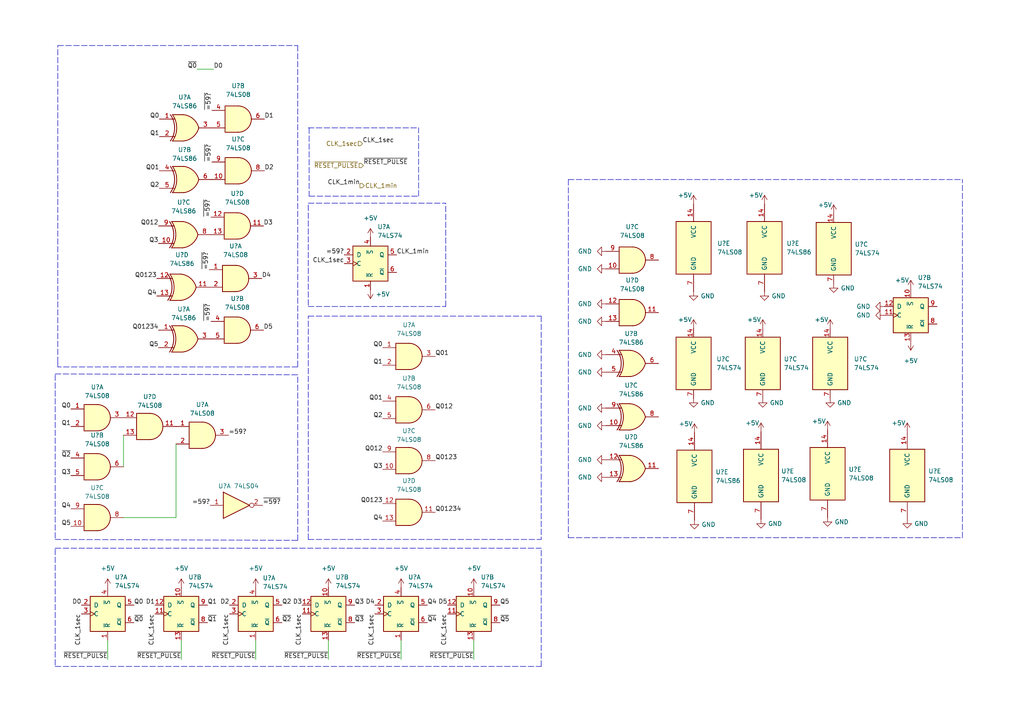
<source format=kicad_sch>
(kicad_sch (version 20211123) (generator eeschema)
  (paper "A4")
  (lib_symbols
    (symbol "74xx:74LS04"
      (property "Reference" "U" (at 0 1.27 0))
      (property "Value" "74LS04" (at 0 -1.27 0))
      (symbol "74LS04_1_0"
        (polyline (pts (xy -3.81 3.81) (xy -3.81 -3.81) (xy 3.81 0) (xy -3.81 3.81)) (stroke (width 0.254)) (fill (type background)))
        (pin input line (at -7.62 0 0) (length 3.81) (name "~") (number "1"))
        (pin output inverted (at 7.62 0 180) (length 3.81) (name "~") (number "2"))
      )
      (symbol "74LS04_2_0"
        (polyline (pts (xy -3.81 3.81) (xy -3.81 -3.81) (xy 3.81 0) (xy -3.81 3.81)) (stroke (width 0.254)) (fill (type background)))
        (pin input line (at -7.62 0 0) (length 3.81) (name "~") (number "3"))
        (pin output inverted (at 7.62 0 180) (length 3.81) (name "~") (number "4"))
      )
      (symbol "74LS04_3_0"
        (polyline (pts (xy -3.81 3.81) (xy -3.81 -3.81) (xy 3.81 0) (xy -3.81 3.81)) (stroke (width 0.254)) (fill (type background)))
        (pin input line (at -7.62 0 0) (length 3.81) (name "~") (number "5"))
        (pin output inverted (at 7.62 0 180) (length 3.81) (name "~") (number "6"))
      )
      (symbol "74LS04_4_0"
        (polyline (pts (xy -3.81 3.81) (xy -3.81 -3.81) (xy 3.81 0) (xy -3.81 3.81)) (stroke (width 0.254)) (fill (type background)))
        (pin output inverted (at 7.62 0 180) (length 3.81) (name "~") (number "8"))
        (pin input line (at -7.62 0 0) (length 3.81) (name "~") (number "9"))
      )
      (symbol "74LS04_5_0"
        (polyline (pts (xy -3.81 3.81) (xy -3.81 -3.81) (xy 3.81 0) (xy -3.81 3.81)) (stroke (width 0.254)) (fill (type background)))
        (pin output inverted (at 7.62 0 180) (length 3.81) (name "~") (number "10"))
        (pin input line (at -7.62 0 0) (length 3.81) (name "~") (number "11"))
      )
      (symbol "74LS04_6_0"
        (polyline (pts (xy -3.81 3.81) (xy -3.81 -3.81) (xy 3.81 0) (xy -3.81 3.81)) (stroke (width 0.254)) (fill (type background)))
        (pin output inverted (at 7.62 0 180) (length 3.81) (name "~") (number "12"))
        (pin input line (at -7.62 0 0) (length 3.81) (name "~") (number "13"))
      )
      (symbol "74LS04_7_0"
        (pin power_in line (at 0 12.7 270) (length 5.08) (name "VCC") (number "14"))
        (pin power_in line (at 0 -12.7 90) (length 5.08) (name "GND") (number "7"))
      )
      (symbol "74LS04_7_1"
        (rectangle (start -5.08 7.62) (end 5.08 -7.62) (stroke (width 0.254)) (fill (type background)))
      )
    )
    (symbol "74xx:74LS08" (pin_names (offset 1.016))
      (property "Reference" "U" (at 0 1.27 0))
      (property "Value" "74LS08" (at 0 -1.27 0))
      (symbol "74LS08_1_1"
        (arc (start 0 -3.81) (mid 3.81 0) (end 0 3.81) (stroke (width 0.254)) (fill (type background)))
        (polyline (pts (xy 0 3.81) (xy -3.81 3.81) (xy -3.81 -3.81) (xy 0 -3.81)) (stroke (width 0.254)) (fill (type background)))
        (pin input line (at -7.62 2.54 0) (length 3.81) (name "~") (number "1"))
        (pin input line (at -7.62 -2.54 0) (length 3.81) (name "~") (number "2"))
        (pin output line (at 7.62 0 180) (length 3.81) (name "~") (number "3"))
      )
      (symbol "74LS08_1_2"
        (arc (start -3.81 -3.81) (mid -2.589 0) (end -3.81 3.81) (stroke (width 0.254)))
        (arc (start -0.6096 -3.81) (mid 2.1855 -2.584) (end 3.81 0) (stroke (width 0.254)) (fill (type background)))
        (polyline (pts (xy -3.81 -3.81) (xy -0.635 -3.81)) (stroke (width 0.254)) (fill (type background)))
        (polyline (pts (xy -3.81 3.81) (xy -0.635 3.81)) (stroke (width 0.254)) (fill (type background)))
        (polyline (pts (xy -0.635 3.81) (xy -3.81 3.81) (xy -3.81 3.81) (xy -3.556 3.4036) (xy -3.0226 2.2606) (xy -2.6924 1.0414) (xy -2.6162 -0.254) (xy -2.7686 -1.4986) (xy -3.175 -2.7178) (xy -3.81 -3.81) (xy -3.81 -3.81) (xy -0.635 -3.81)) (stroke (width -25.4)) (fill (type background)))
        (arc (start 3.81 0) (mid 2.1928 2.5925) (end -0.6096 3.81) (stroke (width 0.254)) (fill (type background)))
        (pin input inverted (at -7.62 2.54 0) (length 4.318) (name "~") (number "1"))
        (pin input inverted (at -7.62 -2.54 0) (length 4.318) (name "~") (number "2"))
        (pin output inverted (at 7.62 0 180) (length 3.81) (name "~") (number "3"))
      )
      (symbol "74LS08_2_1"
        (arc (start 0 -3.81) (mid 3.81 0) (end 0 3.81) (stroke (width 0.254)) (fill (type background)))
        (polyline (pts (xy 0 3.81) (xy -3.81 3.81) (xy -3.81 -3.81) (xy 0 -3.81)) (stroke (width 0.254)) (fill (type background)))
        (pin input line (at -7.62 2.54 0) (length 3.81) (name "~") (number "4"))
        (pin input line (at -7.62 -2.54 0) (length 3.81) (name "~") (number "5"))
        (pin output line (at 7.62 0 180) (length 3.81) (name "~") (number "6"))
      )
      (symbol "74LS08_2_2"
        (arc (start -3.81 -3.81) (mid -2.589 0) (end -3.81 3.81) (stroke (width 0.254)))
        (arc (start -0.6096 -3.81) (mid 2.1855 -2.584) (end 3.81 0) (stroke (width 0.254)) (fill (type background)))
        (polyline (pts (xy -3.81 -3.81) (xy -0.635 -3.81)) (stroke (width 0.254)) (fill (type background)))
        (polyline (pts (xy -3.81 3.81) (xy -0.635 3.81)) (stroke (width 0.254)) (fill (type background)))
        (polyline (pts (xy -0.635 3.81) (xy -3.81 3.81) (xy -3.81 3.81) (xy -3.556 3.4036) (xy -3.0226 2.2606) (xy -2.6924 1.0414) (xy -2.6162 -0.254) (xy -2.7686 -1.4986) (xy -3.175 -2.7178) (xy -3.81 -3.81) (xy -3.81 -3.81) (xy -0.635 -3.81)) (stroke (width -25.4)) (fill (type background)))
        (arc (start 3.81 0) (mid 2.1928 2.5925) (end -0.6096 3.81) (stroke (width 0.254)) (fill (type background)))
        (pin input inverted (at -7.62 2.54 0) (length 4.318) (name "~") (number "4"))
        (pin input inverted (at -7.62 -2.54 0) (length 4.318) (name "~") (number "5"))
        (pin output inverted (at 7.62 0 180) (length 3.81) (name "~") (number "6"))
      )
      (symbol "74LS08_3_1"
        (arc (start 0 -3.81) (mid 3.81 0) (end 0 3.81) (stroke (width 0.254)) (fill (type background)))
        (polyline (pts (xy 0 3.81) (xy -3.81 3.81) (xy -3.81 -3.81) (xy 0 -3.81)) (stroke (width 0.254)) (fill (type background)))
        (pin input line (at -7.62 -2.54 0) (length 3.81) (name "~") (number "10"))
        (pin output line (at 7.62 0 180) (length 3.81) (name "~") (number "8"))
        (pin input line (at -7.62 2.54 0) (length 3.81) (name "~") (number "9"))
      )
      (symbol "74LS08_3_2"
        (arc (start -3.81 -3.81) (mid -2.589 0) (end -3.81 3.81) (stroke (width 0.254)))
        (arc (start -0.6096 -3.81) (mid 2.1855 -2.584) (end 3.81 0) (stroke (width 0.254)) (fill (type background)))
        (polyline (pts (xy -3.81 -3.81) (xy -0.635 -3.81)) (stroke (width 0.254)) (fill (type background)))
        (polyline (pts (xy -3.81 3.81) (xy -0.635 3.81)) (stroke (width 0.254)) (fill (type background)))
        (polyline (pts (xy -0.635 3.81) (xy -3.81 3.81) (xy -3.81 3.81) (xy -3.556 3.4036) (xy -3.0226 2.2606) (xy -2.6924 1.0414) (xy -2.6162 -0.254) (xy -2.7686 -1.4986) (xy -3.175 -2.7178) (xy -3.81 -3.81) (xy -3.81 -3.81) (xy -0.635 -3.81)) (stroke (width -25.4)) (fill (type background)))
        (arc (start 3.81 0) (mid 2.1928 2.5925) (end -0.6096 3.81) (stroke (width 0.254)) (fill (type background)))
        (pin input inverted (at -7.62 -2.54 0) (length 4.318) (name "~") (number "10"))
        (pin output inverted (at 7.62 0 180) (length 3.81) (name "~") (number "8"))
        (pin input inverted (at -7.62 2.54 0) (length 4.318) (name "~") (number "9"))
      )
      (symbol "74LS08_4_1"
        (arc (start 0 -3.81) (mid 3.81 0) (end 0 3.81) (stroke (width 0.254)) (fill (type background)))
        (polyline (pts (xy 0 3.81) (xy -3.81 3.81) (xy -3.81 -3.81) (xy 0 -3.81)) (stroke (width 0.254)) (fill (type background)))
        (pin output line (at 7.62 0 180) (length 3.81) (name "~") (number "11"))
        (pin input line (at -7.62 2.54 0) (length 3.81) (name "~") (number "12"))
        (pin input line (at -7.62 -2.54 0) (length 3.81) (name "~") (number "13"))
      )
      (symbol "74LS08_4_2"
        (arc (start -3.81 -3.81) (mid -2.589 0) (end -3.81 3.81) (stroke (width 0.254)))
        (arc (start -0.6096 -3.81) (mid 2.1855 -2.584) (end 3.81 0) (stroke (width 0.254)) (fill (type background)))
        (polyline (pts (xy -3.81 -3.81) (xy -0.635 -3.81)) (stroke (width 0.254)) (fill (type background)))
        (polyline (pts (xy -3.81 3.81) (xy -0.635 3.81)) (stroke (width 0.254)) (fill (type background)))
        (polyline (pts (xy -0.635 3.81) (xy -3.81 3.81) (xy -3.81 3.81) (xy -3.556 3.4036) (xy -3.0226 2.2606) (xy -2.6924 1.0414) (xy -2.6162 -0.254) (xy -2.7686 -1.4986) (xy -3.175 -2.7178) (xy -3.81 -3.81) (xy -3.81 -3.81) (xy -0.635 -3.81)) (stroke (width -25.4)) (fill (type background)))
        (arc (start 3.81 0) (mid 2.1928 2.5925) (end -0.6096 3.81) (stroke (width 0.254)) (fill (type background)))
        (pin output inverted (at 7.62 0 180) (length 3.81) (name "~") (number "11"))
        (pin input inverted (at -7.62 2.54 0) (length 4.318) (name "~") (number "12"))
        (pin input inverted (at -7.62 -2.54 0) (length 4.318) (name "~") (number "13"))
      )
      (symbol "74LS08_5_0"
        (pin power_in line (at 0 12.7 270) (length 5.08) (name "VCC") (number "14"))
        (pin power_in line (at 0 -12.7 90) (length 5.08) (name "GND") (number "7"))
      )
      (symbol "74LS08_5_1"
        (rectangle (start -5.08 7.62) (end 5.08 -7.62) (stroke (width 0.254)) (fill (type background)))
      )
    )
    (symbol "74xx:74LS74" (pin_names (offset 1.016))
      (property "Reference" "U" (at -7.62 8.89 0))
      (property "Value" "74LS74" (at -7.62 -8.89 0))
      (symbol "74LS74_1_0"
        (pin input line (at 0 -7.62 90) (length 2.54) (name "~{R}") (number "1"))
        (pin input line (at -7.62 2.54 0) (length 2.54) (name "D") (number "2"))
        (pin input clock (at -7.62 0 0) (length 2.54) (name "C") (number "3"))
        (pin input line (at 0 7.62 270) (length 2.54) (name "~{S}") (number "4"))
        (pin output line (at 7.62 2.54 180) (length 2.54) (name "Q") (number "5"))
        (pin output line (at 7.62 -2.54 180) (length 2.54) (name "~{Q}") (number "6"))
      )
      (symbol "74LS74_1_1"
        (rectangle (start -5.08 5.08) (end 5.08 -5.08) (stroke (width 0.254)) (fill (type background)))
      )
      (symbol "74LS74_2_0"
        (pin input line (at 0 7.62 270) (length 2.54) (name "~{S}") (number "10"))
        (pin input clock (at -7.62 0 0) (length 2.54) (name "C") (number "11"))
        (pin input line (at -7.62 2.54 0) (length 2.54) (name "D") (number "12"))
        (pin input line (at 0 -7.62 90) (length 2.54) (name "~{R}") (number "13"))
        (pin output line (at 7.62 -2.54 180) (length 2.54) (name "~{Q}") (number "8"))
        (pin output line (at 7.62 2.54 180) (length 2.54) (name "Q") (number "9"))
      )
      (symbol "74LS74_2_1"
        (rectangle (start -5.08 5.08) (end 5.08 -5.08) (stroke (width 0.254)) (fill (type background)))
      )
      (symbol "74LS74_3_0"
        (pin power_in line (at 0 10.16 270) (length 2.54) (name "VCC") (number "14"))
        (pin power_in line (at 0 -10.16 90) (length 2.54) (name "GND") (number "7"))
      )
      (symbol "74LS74_3_1"
        (rectangle (start -5.08 7.62) (end 5.08 -7.62) (stroke (width 0.254)) (fill (type background)))
      )
    )
    (symbol "74xx:74LS86" (pin_names (offset 1.016))
      (property "Reference" "U" (at 0 1.27 0))
      (property "Value" "74LS86" (at 0 -1.27 0))
      (symbol "74LS86_1_0"
        (arc (start -4.4196 -3.81) (mid -3.2033 0) (end -4.4196 3.81) (stroke (width 0.254)))
        (arc (start -3.81 -3.81) (mid -2.589 0) (end -3.81 3.81) (stroke (width 0.254)))
        (arc (start -0.6096 -3.81) (mid 2.1855 -2.584) (end 3.81 0) (stroke (width 0.254)) (fill (type background)))
        (polyline (pts (xy -3.81 -3.81) (xy -0.635 -3.81)) (stroke (width 0.254)) (fill (type background)))
        (polyline (pts (xy -3.81 3.81) (xy -0.635 3.81)) (stroke (width 0.254)) (fill (type background)))
        (polyline (pts (xy -0.635 3.81) (xy -3.81 3.81) (xy -3.81 3.81) (xy -3.556 3.4036) (xy -3.0226 2.2606) (xy -2.6924 1.0414) (xy -2.6162 -0.254) (xy -2.7686 -1.4986) (xy -3.175 -2.7178) (xy -3.81 -3.81) (xy -3.81 -3.81) (xy -0.635 -3.81)) (stroke (width -25.4)) (fill (type background)))
        (arc (start 3.81 0) (mid 2.1928 2.5925) (end -0.6096 3.81) (stroke (width 0.254)) (fill (type background)))
        (pin input line (at -7.62 2.54 0) (length 4.445) (name "~") (number "1"))
        (pin input line (at -7.62 -2.54 0) (length 4.445) (name "~") (number "2"))
        (pin output line (at 7.62 0 180) (length 3.81) (name "~") (number "3"))
      )
      (symbol "74LS86_1_1"
        (polyline (pts (xy -3.81 -2.54) (xy -3.175 -2.54)) (stroke (width 0.1524)))
        (polyline (pts (xy -3.81 2.54) (xy -3.175 2.54)) (stroke (width 0.1524)))
      )
      (symbol "74LS86_2_0"
        (arc (start -4.4196 -3.81) (mid -3.2033 0) (end -4.4196 3.81) (stroke (width 0.254)))
        (arc (start -3.81 -3.81) (mid -2.589 0) (end -3.81 3.81) (stroke (width 0.254)))
        (arc (start -0.6096 -3.81) (mid 2.1855 -2.584) (end 3.81 0) (stroke (width 0.254)) (fill (type background)))
        (polyline (pts (xy -3.81 -3.81) (xy -0.635 -3.81)) (stroke (width 0.254)) (fill (type background)))
        (polyline (pts (xy -3.81 3.81) (xy -0.635 3.81)) (stroke (width 0.254)) (fill (type background)))
        (polyline (pts (xy -0.635 3.81) (xy -3.81 3.81) (xy -3.81 3.81) (xy -3.556 3.4036) (xy -3.0226 2.2606) (xy -2.6924 1.0414) (xy -2.6162 -0.254) (xy -2.7686 -1.4986) (xy -3.175 -2.7178) (xy -3.81 -3.81) (xy -3.81 -3.81) (xy -0.635 -3.81)) (stroke (width -25.4)) (fill (type background)))
        (arc (start 3.81 0) (mid 2.1928 2.5925) (end -0.6096 3.81) (stroke (width 0.254)) (fill (type background)))
        (pin input line (at -7.62 2.54 0) (length 4.445) (name "~") (number "4"))
        (pin input line (at -7.62 -2.54 0) (length 4.445) (name "~") (number "5"))
        (pin output line (at 7.62 0 180) (length 3.81) (name "~") (number "6"))
      )
      (symbol "74LS86_2_1"
        (polyline (pts (xy -3.81 -2.54) (xy -3.175 -2.54)) (stroke (width 0.1524)))
        (polyline (pts (xy -3.81 2.54) (xy -3.175 2.54)) (stroke (width 0.1524)))
      )
      (symbol "74LS86_3_0"
        (arc (start -4.4196 -3.81) (mid -3.2033 0) (end -4.4196 3.81) (stroke (width 0.254)))
        (arc (start -3.81 -3.81) (mid -2.589 0) (end -3.81 3.81) (stroke (width 0.254)))
        (arc (start -0.6096 -3.81) (mid 2.1855 -2.584) (end 3.81 0) (stroke (width 0.254)) (fill (type background)))
        (polyline (pts (xy -3.81 -3.81) (xy -0.635 -3.81)) (stroke (width 0.254)) (fill (type background)))
        (polyline (pts (xy -3.81 3.81) (xy -0.635 3.81)) (stroke (width 0.254)) (fill (type background)))
        (polyline (pts (xy -0.635 3.81) (xy -3.81 3.81) (xy -3.81 3.81) (xy -3.556 3.4036) (xy -3.0226 2.2606) (xy -2.6924 1.0414) (xy -2.6162 -0.254) (xy -2.7686 -1.4986) (xy -3.175 -2.7178) (xy -3.81 -3.81) (xy -3.81 -3.81) (xy -0.635 -3.81)) (stroke (width -25.4)) (fill (type background)))
        (arc (start 3.81 0) (mid 2.1928 2.5925) (end -0.6096 3.81) (stroke (width 0.254)) (fill (type background)))
        (pin input line (at -7.62 -2.54 0) (length 4.445) (name "~") (number "10"))
        (pin output line (at 7.62 0 180) (length 3.81) (name "~") (number "8"))
        (pin input line (at -7.62 2.54 0) (length 4.445) (name "~") (number "9"))
      )
      (symbol "74LS86_3_1"
        (polyline (pts (xy -3.81 -2.54) (xy -3.175 -2.54)) (stroke (width 0.1524)))
        (polyline (pts (xy -3.81 2.54) (xy -3.175 2.54)) (stroke (width 0.1524)))
      )
      (symbol "74LS86_4_0"
        (arc (start -4.4196 -3.81) (mid -3.2033 0) (end -4.4196 3.81) (stroke (width 0.254)))
        (arc (start -3.81 -3.81) (mid -2.589 0) (end -3.81 3.81) (stroke (width 0.254)))
        (arc (start -0.6096 -3.81) (mid 2.1855 -2.584) (end 3.81 0) (stroke (width 0.254)) (fill (type background)))
        (polyline (pts (xy -3.81 -3.81) (xy -0.635 -3.81)) (stroke (width 0.254)) (fill (type background)))
        (polyline (pts (xy -3.81 3.81) (xy -0.635 3.81)) (stroke (width 0.254)) (fill (type background)))
        (polyline (pts (xy -0.635 3.81) (xy -3.81 3.81) (xy -3.81 3.81) (xy -3.556 3.4036) (xy -3.0226 2.2606) (xy -2.6924 1.0414) (xy -2.6162 -0.254) (xy -2.7686 -1.4986) (xy -3.175 -2.7178) (xy -3.81 -3.81) (xy -3.81 -3.81) (xy -0.635 -3.81)) (stroke (width -25.4)) (fill (type background)))
        (arc (start 3.81 0) (mid 2.1928 2.5925) (end -0.6096 3.81) (stroke (width 0.254)) (fill (type background)))
        (pin output line (at 7.62 0 180) (length 3.81) (name "~") (number "11"))
        (pin input line (at -7.62 2.54 0) (length 4.445) (name "~") (number "12"))
        (pin input line (at -7.62 -2.54 0) (length 4.445) (name "~") (number "13"))
      )
      (symbol "74LS86_4_1"
        (polyline (pts (xy -3.81 -2.54) (xy -3.175 -2.54)) (stroke (width 0.1524)))
        (polyline (pts (xy -3.81 2.54) (xy -3.175 2.54)) (stroke (width 0.1524)))
      )
      (symbol "74LS86_5_0"
        (pin power_in line (at 0 12.7 270) (length 5.08) (name "VCC") (number "14"))
        (pin power_in line (at 0 -12.7 90) (length 5.08) (name "GND") (number "7"))
      )
      (symbol "74LS86_5_1"
        (rectangle (start -5.08 7.62) (end 5.08 -7.62) (stroke (width 0.254)) (fill (type background)))
      )
    )
    (symbol "power:+5V" (power) (pin_names (offset 0))
      (property "Value" "+5V" (at 0 3.556 0))
      (symbol "+5V_0_1"
        (polyline (pts (xy -0.762 1.27) (xy 0 2.54)))
        (polyline (pts (xy 0 0) (xy 0 2.54)))
        (polyline (pts (xy 0 2.54) (xy 0.762 1.27)))
      )
      (symbol "+5V_1_1"
        (pin power_in line (at 0 0 90) (length 0) hide (name "+5V") (number "1"))
      )
    )
    (symbol "power:GND" (power) (pin_names (offset 0))
      (property "Value" "GND" (at 0 -3.81 0))
      (symbol "GND_0_1"
        (polyline (pts (xy 0 0) (xy 0 -1.27) (xy 1.27 -1.27) (xy 0 -2.54) (xy -1.27 -1.27) (xy 0 -1.27)))
      )
      (symbol "GND_1_1"
        (pin power_in line (at 0 0 270) (length 0) hide (name "GND") (number "1"))
      )
    )
  )
  (wire (pts (xy 116.332 185.674) (xy 116.332 191.262)))
  (polyline (pts (xy 89.408 58.928) (xy 129.286 58.928)))
  (polyline (pts (xy 129.286 88.9) (xy 129.286 58.928)))
  (polyline (pts (xy 86.36 13.208) (xy 86.36 106.426)))
  (wire (pts (xy 95.25 185.674) (xy 95.25 191.262)))
  (wire (pts (xy 74.168 185.674) (xy 74.168 191.262)))
  (polyline (pts (xy 16.764 105.156) (xy 16.764 13.208)))
  (wire (pts (xy 137.414 185.674) (xy 137.414 191.262)))
  (wire (pts (xy 31.242 185.674) (xy 31.242 191.262)))
  (polyline (pts (xy 89.408 156.464) (xy 156.972 156.464)))
  (wire (pts (xy 35.814 126.238) (xy 35.814 135.382)))
  (wire (pts (xy 52.578 185.674) (xy 52.578 191.262)))
  (polyline (pts (xy 89.408 88.9) (xy 129.286 88.9)))
  (wire (pts (xy 35.814 150.114) (xy 51.054 150.114)))
  (wire (pts (xy 51.054 150.114) (xy 51.054 128.778)))
  (polyline (pts (xy 89.408 156.464) (xy 89.408 91.694)))
  (polyline (pts (xy 16.764 13.208) (xy 86.36 13.208)))
  (polyline (pts (xy 89.408 37.084) (xy 121.412 37.084)))
  (polyline (pts (xy 164.846 52.07) (xy 164.846 155.956)))
  (polyline (pts (xy 89.662 56.896) (xy 121.412 56.896)))
  (polyline (pts (xy 16.002 156.464) (xy 86.36 156.718)))
  (polyline (pts (xy 16.764 105.156) (xy 16.764 106.426)))
  (polyline (pts (xy 16.002 159.258) (xy 16.002 193.294)))
  (polyline (pts (xy 16.002 108.458) (xy 86.36 108.712)))
  (polyline (pts (xy 89.408 91.694) (xy 156.972 91.694)))
  (polyline (pts (xy 16.002 193.294) (xy 156.972 193.294)))
  (polyline (pts (xy 164.846 155.956) (xy 279.146 155.956)))
  (polyline (pts (xy 279.146 155.956) (xy 279.146 52.07)))
  (polyline (pts (xy 16.002 108.712) (xy 16.002 156.464)))
  (polyline (pts (xy 86.36 106.426) (xy 16.764 106.426)))
  (polyline (pts (xy 86.36 156.718) (xy 86.36 108.712)))
  (polyline (pts (xy 156.972 91.694) (xy 156.972 156.464)))
  (polyline (pts (xy 89.408 59.436) (xy 89.408 88.9)))
  (polyline (pts (xy 16.002 159.004) (xy 156.972 159.004)))
  (polyline (pts (xy 89.662 37.084) (xy 89.662 56.896)))
  (polyline (pts (xy 156.972 193.294) (xy 156.972 159.004)))
  (polyline (pts (xy 121.412 56.896) (xy 121.412 37.084)))
  (polyline (pts (xy 164.846 52.07) (xy 279.146 52.07)))
  (wire (pts (xy 57.15 20.066) (xy 61.976 20.066)))
  (label "D3" (at 87.63 175.514 180))
  (label "CLK_1sec" (at 108.712 178.054 270))
  (label "~{Q2}" (at 81.788 180.594 0))
  (label "Q1" (at 60.198 175.514 0))
  (label "Q012" (at 110.998 131.064 180))
  (label "~{Q4}" (at 123.952 180.594 0))
  (label "Q0123" (at 110.998 146.05 180))
  (label "CLK_1sec" (at 99.822 76.454 180))
  (label "Q0123" (at 126.238 133.604 0))
  (label "Q4" (at 123.952 175.514 0))
  (label "~{Q5}" (at 145.034 180.594 0))
  (label "Q0" (at 46.228 34.544 180))
  (label "Q0123" (at 45.466 80.772 180))
  (label "Q012" (at 45.974 65.532 180))
  (label "~{RESET_PULSE}" (at 95.25 191.262 180))
  (label "Q3" (at 110.998 136.144 180))
  (label "Q5" (at 145.034 175.514 0))
  (label "Q1" (at 46.228 39.624 180))
  (label "=59?" (at 66.294 126.238 0))
  (label "CLK_1sec" (at 66.548 178.054 270))
  (label "CLK_1sec" (at 105.156 41.656 0))
  (label "Q0" (at 20.574 118.618 180))
  (label "D0" (at 23.622 175.514 180))
  (label "CLK_1sec" (at 129.794 178.054 270))
  (label "CLK_1min" (at 104.394 53.848 180))
  (label "~{Q2}" (at 20.574 132.842 180))
  (label "Q5" (at 45.974 100.838 180))
  (label "Q012" (at 126.238 118.872 0))
  (label "=59?" (at 60.96 146.558 180))
  (label "Q01234" (at 45.974 95.758 180))
  (label "Q2" (at 46.228 54.61 180))
  (label "Q5" (at 20.574 152.654 180))
  (label "D3" (at 76.454 65.532 0))
  (label "~{=59?}" (at 76.2 146.558 0))
  (label "D1" (at 76.708 34.544 0))
  (label "~{=59?}" (at 61.468 46.99 90))
  (label "Q0" (at 110.998 100.838 180))
  (label "Q4" (at 45.466 85.852 180))
  (label "~{=59?}" (at 60.706 78.232 90))
  (label "Q4" (at 110.998 151.13 180))
  (label "Q3" (at 20.574 137.922 180))
  (label "D4" (at 108.712 175.514 180))
  (label "Q4" (at 20.574 147.574 180))
  (label "Q0" (at 38.862 175.514 0))
  (label "Q01" (at 46.228 49.53 180))
  (label "CLK_1sec" (at 23.622 178.054 270))
  (label "~{RESET_PULSE}" (at 137.414 191.262 180))
  (label "D2" (at 66.548 175.514 180))
  (label "Q1" (at 20.574 123.698 180))
  (label "~{Q1}" (at 60.198 180.594 0))
  (label "D5" (at 129.794 175.514 180))
  (label "CLK_1sec" (at 44.958 178.054 270))
  (label "~{=59?}" (at 61.214 93.218 90))
  (label "~{RESET_PULSE}" (at 116.332 191.262 180))
  (label "Q3" (at 102.87 175.514 0))
  (label "CLK_1sec" (at 87.63 178.054 270))
  (label "~{Q0}" (at 57.15 20.066 180))
  (label "D2" (at 76.708 49.53 0))
  (label "~{RESET_PULSE}" (at 74.168 191.262 180))
  (label "Q01234" (at 126.238 148.59 0))
  (label "~{=59?}" (at 61.468 32.004 90))
  (label "~{RESET_PULSE}" (at 105.41 48.006 0))
  (label "Q01" (at 126.238 103.378 0))
  (label "Q2" (at 81.788 175.514 0))
  (label "Q01" (at 110.998 116.332 180))
  (label "~{RESET_PULSE}" (at 31.242 191.262 180))
  (label "D5" (at 76.454 95.758 0))
  (label "Q3" (at 45.974 70.612 180))
  (label "~{Q0}" (at 38.862 180.594 0))
  (label "CLK_1min" (at 115.062 73.914 0))
  (label "D1" (at 44.958 175.514 180))
  (label "~{=59?}" (at 61.214 62.992 90))
  (label "Q2" (at 110.998 121.412 180))
  (label "=59?" (at 99.822 73.914 180))
  (label "~{Q3}" (at 102.87 180.594 0))
  (label "D4" (at 75.946 80.772 0))
  (label "~{RESET_PULSE}" (at 52.578 191.262 180))
  (label "D0" (at 61.976 20.066 0))
  (label "Q1" (at 110.998 105.918 180))
  (hierarchical_label "CLK_1min" (shape output) (at 104.394 53.848 0))
  (hierarchical_label "CLK_1sec" (shape input) (at 105.156 41.656 180))
  (hierarchical_label "~{RESET_PULSE}" (shape input) (at 105.41 48.006 180))
  (symbol (lib_id "power:GND") (at 256.54 88.9 270) (unit 1)
    (property "Reference" "#PWR?" (effects hide))
    (property "Value" "GND" (at 252.476 88.8999 90) (effects (justify right)))
  )
  (symbol (lib_id "power:GND") (at 175.768 77.978 270) (unit 1)
    (property "Reference" "#PWR?" (effects hide))
    (property "Value" "GND" (at 171.704 77.9779 90) (effects (justify right)))
  )
  (symbol (lib_id "74xx:74LS86") (at 53.594 98.298 0) (unit 1)
    (property "Reference" "U?" (at 53.2892 89.662 0))
    (property "Value" "74LS86" (at 53.2892 92.202 0))
    (property "Datasheet" "74xx/74ls86.pdf" (effects hide))
  )
  (symbol (lib_id "74xx:74LS08") (at 43.434 123.698 0) (unit 4)
    (property "Reference" "U?" (at 43.434 115.062 0))
    (property "Value" "74LS08" (at 43.434 117.602 0))
    (property "Datasheet" "http://www.ti.com/lit/gpn/sn74LS08" (effects hide))
  )
  (symbol (lib_id "74xx:74LS08") (at 183.388 90.678 0) (unit 4)
    (property "Reference" "U?" (at 183.388 81.28 0))
    (property "Value" "74LS08" (at 183.388 83.82 0))
    (property "Datasheet" "http://www.ti.com/lit/gpn/sn74LS08" (effects hide))
  )
  (symbol (lib_id "74xx:74LS08") (at 201.168 71.882 0) (unit 5)
    (property "Reference" "U?" (at 208.026 70.6119 0) (effects (justify left)))
    (property "Value" "74LS08" (at 208.026 73.1519 0) (effects (justify left)))
    (property "Datasheet" "http://www.ti.com/lit/gpn/sn74LS08" (effects hide))
  )
  (symbol (lib_id "74xx:74LS74") (at 95.25 178.054 0) (unit 2)
    (property "Reference" "U?" (at 97.2694 167.386 0) (effects (justify left)))
    (property "Value" "74LS74" (at 97.2694 169.926 0) (effects (justify left)))
    (property "Datasheet" "74xx/74hc_hct74.pdf" (effects hide))
  )
  (symbol (lib_id "74xx:74LS08") (at 118.618 148.59 0) (unit 4)
    (property "Reference" "U?" (at 118.618 139.446 0))
    (property "Value" "74LS08" (at 118.618 141.986 0))
    (property "Datasheet" "http://www.ti.com/lit/gpn/sn74LS08" (effects hide))
  )
  (symbol (lib_id "74xx:74LS74") (at 240.792 105.41 0) (unit 3)
    (property "Reference" "U?" (at 247.65 104.1399 0) (effects (justify left)))
    (property "Value" "74LS74" (at 247.65 106.6799 0) (effects (justify left)))
    (property "Datasheet" "74xx/74hc_hct74.pdf" (effects hide))
  )
  (symbol (lib_id "power:+5V") (at 240.03 124.714 0) (unit 1)
    (property "Reference" "#PWR?" (effects hide))
    (property "Value" "+5V" (at 235.458 122.174 0) (effects (justify left)))
  )
  (symbol (lib_id "power:+5V") (at 221.742 59.182 0) (unit 1)
    (property "Reference" "#PWR?" (effects hide))
    (property "Value" "+5V" (at 217.17 56.642 0) (effects (justify left)))
  )
  (symbol (lib_id "74xx:74LS74") (at 31.242 178.054 0) (unit 1)
    (property "Reference" "U?" (at 33.2614 167.386 0) (effects (justify left)))
    (property "Value" "74LS74" (at 33.2614 169.926 0) (effects (justify left)))
    (property "Datasheet" "74xx/74hc_hct74.pdf" (effects hide))
  )
  (symbol (lib_id "74xx:74LS74") (at 107.442 76.454 0) (unit 1)
    (property "Reference" "U?" (at 109.4614 65.786 0) (effects (justify left)))
    (property "Value" "74LS74" (at 109.4614 68.326 0) (effects (justify left)))
    (property "Datasheet" "74xx/74hc_hct74.pdf" (effects hide))
  )
  (symbol (lib_id "74xx:74LS08") (at 183.388 75.438 0) (unit 3)
    (property "Reference" "U?" (at 183.388 65.786 0))
    (property "Value" "74LS08" (at 183.388 68.326 0))
    (property "Datasheet" "http://www.ti.com/lit/gpn/sn74LS08" (effects hide))
  )
  (symbol (lib_id "power:GND") (at 175.768 107.95 270) (unit 1)
    (property "Reference" "#PWR?" (effects hide))
    (property "Value" "GND" (at 171.704 107.9499 90) (effects (justify right)))
  )
  (symbol (lib_id "74xx:74LS08") (at 118.618 118.872 0) (unit 2)
    (property "Reference" "U?" (at 118.618 109.728 0))
    (property "Value" "74LS08" (at 118.618 112.268 0))
    (property "Datasheet" "http://www.ti.com/lit/gpn/sn74LS08" (effects hide))
  )
  (symbol (lib_id "power:+5V") (at 220.726 125.222 0) (unit 1)
    (property "Reference" "#PWR?" (effects hide))
    (property "Value" "+5V" (at 216.154 122.682 0) (effects (justify left)))
  )
  (symbol (lib_id "74xx:74LS74") (at 52.578 178.054 0) (unit 2)
    (property "Reference" "U?" (at 54.5974 167.386 0) (effects (justify left)))
    (property "Value" "74LS74" (at 54.5974 169.926 0) (effects (justify left)))
    (property "Datasheet" "74xx/74hc_hct74.pdf" (effects hide))
  )
  (symbol (lib_id "power:GND") (at 263.144 150.622 0) (unit 1)
    (property "Reference" "#PWR?" (effects hide))
    (property "Value" "GND" (at 265.176 151.8919 0) (effects (justify left)))
  )
  (symbol (lib_id "74xx:74LS08") (at 68.326 80.772 0) (unit 1)
    (property "Reference" "U?" (at 68.326 71.374 0))
    (property "Value" "74LS08" (at 68.326 73.914 0))
    (property "Datasheet" "http://www.ti.com/lit/gpn/sn74LS08" (effects hide))
  )
  (symbol (lib_id "power:+5V") (at 31.242 170.434 0) (unit 1)
    (property "Reference" "#PWR?" (effects hide))
    (property "Value" "+5V" (at 31.242 164.846 0))
  )
  (symbol (lib_id "74xx:74LS08") (at 69.088 49.53 0) (unit 3)
    (property "Reference" "U?" (at 69.088 40.386 0))
    (property "Value" "74LS08" (at 69.088 42.926 0))
    (property "Datasheet" "http://www.ti.com/lit/gpn/sn74LS08" (effects hide))
  )
  (symbol (lib_id "power:GND") (at 221.234 115.57 0) (unit 1)
    (property "Reference" "#PWR?" (effects hide))
    (property "Value" "GND" (at 223.266 116.8399 0) (effects (justify left)))
  )
  (symbol (lib_id "74xx:74LS86") (at 53.594 68.072 0) (unit 3)
    (property "Reference" "U?" (at 53.2892 58.674 0))
    (property "Value" "74LS86" (at 53.2892 61.214 0))
    (property "Datasheet" "74xx/74ls86.pdf" (effects hide))
  )
  (symbol (lib_id "74xx:74LS86") (at 53.848 52.07 0) (unit 2)
    (property "Reference" "U?" (at 53.5432 43.434 0))
    (property "Value" "74LS86" (at 53.5432 45.974 0))
    (property "Datasheet" "74xx/74ls86.pdf" (effects hide))
  )
  (symbol (lib_id "74xx:74LS86") (at 183.388 135.89 0) (unit 4)
    (property "Reference" "U?" (at 183.0832 126.746 0))
    (property "Value" "74LS86" (at 183.0832 129.286 0))
    (property "Datasheet" "74xx/74ls86.pdf" (effects hide))
  )
  (symbol (lib_id "74xx:74LS86") (at 53.848 37.084 0) (unit 1)
    (property "Reference" "U?" (at 53.5432 28.194 0))
    (property "Value" "74LS86" (at 53.5432 30.734 0))
    (property "Datasheet" "74xx/74ls86.pdf" (effects hide))
  )
  (symbol (lib_id "74xx:74LS08") (at 240.03 137.414 0) (unit 5)
    (property "Reference" "U?" (at 246.126 136.1439 0) (effects (justify left)))
    (property "Value" "74LS08" (at 246.126 138.6839 0) (effects (justify left)))
    (property "Datasheet" "http://www.ti.com/lit/gpn/sn74LS08" (effects hide))
  )
  (symbol (lib_id "74xx:74LS86") (at 53.086 83.312 0) (unit 4)
    (property "Reference" "U?" (at 52.7812 73.914 0))
    (property "Value" "74LS86" (at 52.7812 76.454 0))
    (property "Datasheet" "74xx/74ls86.pdf" (effects hide))
  )
  (symbol (lib_id "power:+5V") (at 264.16 83.82 0) (unit 1)
    (property "Reference" "#PWR?" (effects hide))
    (property "Value" "+5V" (at 259.588 81.28 0) (effects (justify left)))
  )
  (symbol (lib_id "power:+5V") (at 201.422 125.476 0) (unit 1)
    (property "Reference" "#PWR?" (effects hide))
    (property "Value" "+5V" (at 196.85 122.936 0) (effects (justify left)))
  )
  (symbol (lib_id "74xx:74LS04") (at 68.58 146.558 0) (unit 1)
    (property "Reference" "U?" (at 63.246 140.97 0) (effects (justify left)))
    (property "Value" "74LS04" (at 67.818 140.97 0) (effects (justify left)))
    (property "Datasheet" "http://www.ti.com/lit/gpn/sn74LS04" (effects hide))
  )
  (symbol (lib_id "power:GND") (at 220.726 150.622 0) (unit 1)
    (property "Reference" "#PWR?" (effects hide))
    (property "Value" "GND" (at 222.758 151.8919 0) (effects (justify left)))
  )
  (symbol (lib_id "74xx:74LS74") (at 264.16 91.44 0) (unit 2)
    (property "Reference" "U?" (at 266.1794 80.518 0) (effects (justify left)))
    (property "Value" "74LS74" (at 266.1794 83.058 0) (effects (justify left)))
    (property "Datasheet" "74xx/74hc_hct74.pdf" (effects hide))
  )
  (symbol (lib_id "power:+5V") (at 116.332 170.434 0) (unit 1)
    (property "Reference" "#PWR?" (effects hide))
    (property "Value" "+5V" (at 116.332 164.846 0))
  )
  (symbol (lib_id "power:+5V") (at 264.16 99.06 180) (unit 1)
    (property "Reference" "#PWR?" (effects hide))
    (property "Value" "+5V" (at 264.16 104.648 0))
  )
  (symbol (lib_id "power:GND") (at 175.768 118.364 270) (unit 1)
    (property "Reference" "#PWR?" (effects hide))
    (property "Value" "GND" (at 171.704 118.3639 90) (effects (justify right)))
  )
  (symbol (lib_id "power:+5V") (at 221.234 95.25 0) (unit 1)
    (property "Reference" "#PWR?" (effects hide))
    (property "Value" "+5V" (at 216.662 92.71 0) (effects (justify left)))
  )
  (symbol (lib_id "74xx:74LS08") (at 28.194 121.158 0) (unit 1)
    (property "Reference" "U?" (at 28.194 112.268 0))
    (property "Value" "74LS08" (at 28.194 114.808 0))
    (property "Datasheet" "http://www.ti.com/lit/gpn/sn74LS08" (effects hide))
  )
  (symbol (lib_id "power:GND") (at 240.792 115.57 0) (unit 1)
    (property "Reference" "#PWR?" (effects hide))
    (property "Value" "GND" (at 242.824 116.8399 0) (effects (justify left)))
  )
  (symbol (lib_id "power:+5V") (at 241.808 61.976 0) (unit 1)
    (property "Reference" "#PWR?" (effects hide))
    (property "Value" "+5V" (at 237.236 59.436 0) (effects (justify left)))
  )
  (symbol (lib_id "74xx:74LS08") (at 263.144 137.922 0) (unit 5)
    (property "Reference" "U?" (at 269.24 136.6519 0) (effects (justify left)))
    (property "Value" "74LS08" (at 269.24 139.1919 0) (effects (justify left)))
    (property "Datasheet" "http://www.ti.com/lit/gpn/sn74LS08" (effects hide))
  )
  (symbol (lib_id "power:GND") (at 175.768 133.35 270) (unit 1)
    (property "Reference" "#PWR?" (effects hide))
    (property "Value" "GND" (at 171.704 133.3499 90) (effects (justify right)))
  )
  (symbol (lib_id "74xx:74LS08") (at 118.618 103.378 0) (unit 1)
    (property "Reference" "U?" (at 118.618 94.234 0))
    (property "Value" "74LS08" (at 118.618 96.774 0))
    (property "Datasheet" "http://www.ti.com/lit/gpn/sn74LS08" (effects hide))
  )
  (symbol (lib_id "74xx:74LS74") (at 201.168 105.41 0) (unit 3)
    (property "Reference" "U?" (at 207.772 104.1399 0) (effects (justify left)))
    (property "Value" "74LS74" (at 207.772 106.6799 0) (effects (justify left)))
    (property "Datasheet" "74xx/74hc_hct74.pdf" (effects hide))
  )
  (symbol (lib_id "74xx:74LS86") (at 201.422 138.176 0) (unit 5)
    (property "Reference" "U?" (at 207.518 136.9059 0) (effects (justify left)))
    (property "Value" "74LS86" (at 207.518 139.4459 0) (effects (justify left)))
    (property "Datasheet" "74xx/74ls86.pdf" (effects hide))
  )
  (symbol (lib_id "power:GND") (at 241.808 82.296 0) (unit 1)
    (property "Reference" "#PWR?" (effects hide))
    (property "Value" "GND" (at 243.84 83.5659 0) (effects (justify left)))
  )
  (symbol (lib_id "74xx:74LS08") (at 69.088 34.544 0) (unit 2)
    (property "Reference" "U?" (at 69.088 24.892 0))
    (property "Value" "74LS08" (at 69.088 27.432 0))
    (property "Datasheet" "http://www.ti.com/lit/gpn/sn74LS08" (effects hide))
  )
  (symbol (lib_id "power:+5V") (at 240.792 95.25 0) (unit 1)
    (property "Reference" "#PWR?" (effects hide))
    (property "Value" "+5V" (at 236.22 92.71 0) (effects (justify left)))
  )
  (symbol (lib_id "power:+5V") (at 52.578 170.434 0) (unit 1)
    (property "Reference" "#PWR?" (effects hide))
    (property "Value" "+5V" (at 52.578 164.846 0))
  )
  (symbol (lib_id "power:+5V") (at 137.414 170.434 0) (unit 1)
    (property "Reference" "#PWR?" (effects hide))
    (property "Value" "+5V" (at 137.414 164.846 0))
  )
  (symbol (lib_id "power:+5V") (at 107.442 68.834 0) (unit 1)
    (property "Reference" "#PWR?" (effects hide))
    (property "Value" "+5V" (at 107.442 63.246 0))
  )
  (symbol (lib_id "74xx:74LS08") (at 28.194 135.382 0) (unit 2)
    (property "Reference" "U?" (at 28.194 126.238 0))
    (property "Value" "74LS08" (at 28.194 128.778 0))
    (property "Datasheet" "http://www.ti.com/lit/gpn/sn74LS08" (effects hide))
  )
  (symbol (lib_id "power:GND") (at 221.742 84.582 0) (unit 1)
    (property "Reference" "#PWR?" (effects hide))
    (property "Value" "GND" (at 223.774 85.8519 0) (effects (justify left)))
  )
  (symbol (lib_id "74xx:74LS08") (at 118.618 133.604 0) (unit 3)
    (property "Reference" "U?" (at 118.618 124.968 0))
    (property "Value" "74LS08" (at 118.618 127.508 0))
    (property "Datasheet" "http://www.ti.com/lit/gpn/sn74LS08" (effects hide))
  )
  (symbol (lib_id "74xx:74LS08") (at 68.834 65.532 0) (unit 4)
    (property "Reference" "U?" (at 68.834 56.134 0))
    (property "Value" "74LS08" (at 68.834 58.674 0))
    (property "Datasheet" "http://www.ti.com/lit/gpn/sn74LS08" (effects hide))
  )
  (symbol (lib_id "power:+5V") (at 107.442 84.074 180) (unit 1)
    (property "Reference" "#PWR?" (effects hide))
    (property "Value" "+5V" (at 108.966 85.3439 0) (effects (justify right)))
  )
  (symbol (lib_id "74xx:74LS74") (at 241.808 72.136 0) (unit 3)
    (property "Reference" "U?" (at 247.904 70.8659 0) (effects (justify left)))
    (property "Value" "74LS74" (at 247.904 73.4059 0) (effects (justify left)))
    (property "Datasheet" "74xx/74hc_hct74.pdf" (effects hide))
  )
  (symbol (lib_id "74xx:74LS08") (at 58.674 126.238 0) (unit 1)
    (property "Reference" "U?" (at 58.674 117.348 0))
    (property "Value" "74LS08" (at 58.674 119.888 0))
    (property "Datasheet" "http://www.ti.com/lit/gpn/sn74LS08" (effects hide))
  )
  (symbol (lib_id "power:GND") (at 175.768 138.43 270) (unit 1)
    (property "Reference" "#PWR?" (effects hide))
    (property "Value" "GND" (at 171.704 138.4299 90) (effects (justify right)))
  )
  (symbol (lib_id "power:GND") (at 201.168 115.57 0) (unit 1)
    (property "Reference" "#PWR?" (effects hide))
    (property "Value" "GND" (at 203.2 116.8399 0) (effects (justify left)))
  )
  (symbol (lib_id "power:GND") (at 175.768 93.218 270) (unit 1)
    (property "Reference" "#PWR?" (effects hide))
    (property "Value" "GND" (at 171.704 93.2179 90) (effects (justify right)))
  )
  (symbol (lib_id "power:GND") (at 175.768 88.138 270) (unit 1)
    (property "Reference" "#PWR?" (effects hide))
    (property "Value" "GND" (at 171.704 88.1379 90) (effects (justify right)))
  )
  (symbol (lib_id "74xx:74LS74") (at 137.414 178.054 0) (unit 2)
    (property "Reference" "U?" (at 139.4334 167.386 0) (effects (justify left)))
    (property "Value" "74LS74" (at 139.4334 169.926 0) (effects (justify left)))
    (property "Datasheet" "74xx/74hc_hct74.pdf" (effects hide))
  )
  (symbol (lib_id "74xx:74LS08") (at 220.726 137.922 0) (unit 5)
    (property "Reference" "U?" (at 226.568 136.6519 0) (effects (justify left)))
    (property "Value" "74LS08" (at 226.568 139.1919 0) (effects (justify left)))
    (property "Datasheet" "http://www.ti.com/lit/gpn/sn74LS08" (effects hide))
  )
  (symbol (lib_id "power:+5V") (at 95.25 170.434 0) (unit 1)
    (property "Reference" "#PWR?" (effects hide))
    (property "Value" "+5V" (at 95.25 164.846 0))
  )
  (symbol (lib_id "74xx:74LS08") (at 28.194 150.114 0) (unit 3)
    (property "Reference" "U?" (at 28.194 141.478 0))
    (property "Value" "74LS08" (at 28.194 144.018 0))
    (property "Datasheet" "http://www.ti.com/lit/gpn/sn74LS08" (effects hide))
  )
  (symbol (lib_id "power:GND") (at 201.422 150.876 0) (unit 1)
    (property "Reference" "#PWR?" (effects hide))
    (property "Value" "GND" (at 203.454 152.1459 0) (effects (justify left)))
  )
  (symbol (lib_id "power:GND") (at 175.768 123.444 270) (unit 1)
    (property "Reference" "#PWR?" (effects hide))
    (property "Value" "GND" (at 171.704 123.4439 90) (effects (justify right)))
  )
  (symbol (lib_id "74xx:74LS74") (at 74.168 178.054 0) (unit 1)
    (property "Reference" "U?" (at 76.1874 167.64 0) (effects (justify left)))
    (property "Value" "74LS74" (at 76.1874 170.18 0) (effects (justify left)))
    (property "Datasheet" "74xx/74hc_hct74.pdf" (effects hide))
  )
  (symbol (lib_id "power:GND") (at 240.03 150.114 0) (unit 1)
    (property "Reference" "#PWR?" (effects hide))
    (property "Value" "GND" (at 242.062 151.3839 0) (effects (justify left)))
  )
  (symbol (lib_id "74xx:74LS86") (at 221.742 71.882 0) (unit 5)
    (property "Reference" "U?" (at 228.092 70.6119 0) (effects (justify left)))
    (property "Value" "74LS86" (at 228.092 73.1519 0) (effects (justify left)))
    (property "Datasheet" "74xx/74ls86.pdf" (effects hide))
  )
  (symbol (lib_id "74xx:74LS86") (at 183.388 120.904 0) (unit 3)
    (property "Reference" "U?" (at 183.0832 111.76 0))
    (property "Value" "74LS86" (at 183.0832 114.3 0))
    (property "Datasheet" "74xx/74ls86.pdf" (effects hide))
  )
  (symbol (lib_id "power:+5V") (at 263.144 125.222 0) (unit 1)
    (property "Reference" "#PWR?" (effects hide))
    (property "Value" "+5V" (at 258.572 122.682 0) (effects (justify left)))
  )
  (symbol (lib_id "power:GND") (at 175.768 72.898 270) (unit 1)
    (property "Reference" "#PWR?" (effects hide))
    (property "Value" "GND" (at 171.704 72.8979 90) (effects (justify right)))
  )
  (symbol (lib_id "power:+5V") (at 74.168 170.434 0) (unit 1)
    (property "Reference" "#PWR?" (effects hide))
    (property "Value" "+5V" (at 74.168 164.846 0))
  )
  (symbol (lib_id "power:GND") (at 201.168 84.582 0) (unit 1)
    (property "Reference" "#PWR?" (effects hide))
    (property "Value" "GND" (at 203.2 85.8519 0) (effects (justify left)))
  )
  (symbol (lib_id "74xx:74LS86") (at 183.388 105.41 0) (unit 2)
    (property "Reference" "U?" (at 183.0832 96.774 0))
    (property "Value" "74LS86" (at 183.0832 99.314 0))
    (property "Datasheet" "74xx/74ls86.pdf" (effects hide))
  )
  (symbol (lib_id "power:GND") (at 256.54 91.44 270) (unit 1)
    (property "Reference" "#PWR?" (effects hide))
    (property "Value" "GND" (at 252.476 91.4399 90) (effects (justify right)))
  )
  (symbol (lib_id "74xx:74LS74") (at 116.332 178.054 0) (unit 1)
    (property "Reference" "U?" (at 118.3514 167.386 0) (effects (justify left)))
    (property "Value" "74LS74" (at 118.3514 169.926 0) (effects (justify left)))
    (property "Datasheet" "74xx/74hc_hct74.pdf" (effects hide))
  )
  (symbol (lib_id "74xx:74LS74") (at 221.234 105.41 0) (unit 3)
    (property "Reference" "U?" (at 227.33 104.1399 0) (effects (justify left)))
    (property "Value" "74LS74" (at 227.33 106.6799 0) (effects (justify left)))
    (property "Datasheet" "74xx/74hc_hct74.pdf" (effects hide))
  )
  (symbol (lib_id "power:+5V") (at 201.168 95.25 0) (unit 1)
    (property "Reference" "#PWR?" (effects hide))
    (property "Value" "+5V" (at 196.596 92.71 0) (effects (justify left)))
  )
  (symbol (lib_id "power:GND") (at 175.768 102.87 270) (unit 1)
    (property "Reference" "#PWR?" (effects hide))
    (property "Value" "GND" (at 171.704 102.8699 90) (effects (justify right)))
  )
  (symbol (lib_id "74xx:74LS08") (at 68.834 95.758 0) (unit 2)
    (property "Reference" "U?" (at 68.834 86.614 0))
    (property "Value" "74LS08" (at 68.834 89.154 0))
    (property "Datasheet" "http://www.ti.com/lit/gpn/sn74LS08" (effects hide))
  )
  (symbol (lib_id "power:+5V") (at 201.168 59.182 0) (unit 1)
    (property "Reference" "#PWR?" (effects hide))
    (property "Value" "+5V" (at 196.596 56.642 0) (effects (justify left)))
  )
)
</source>
